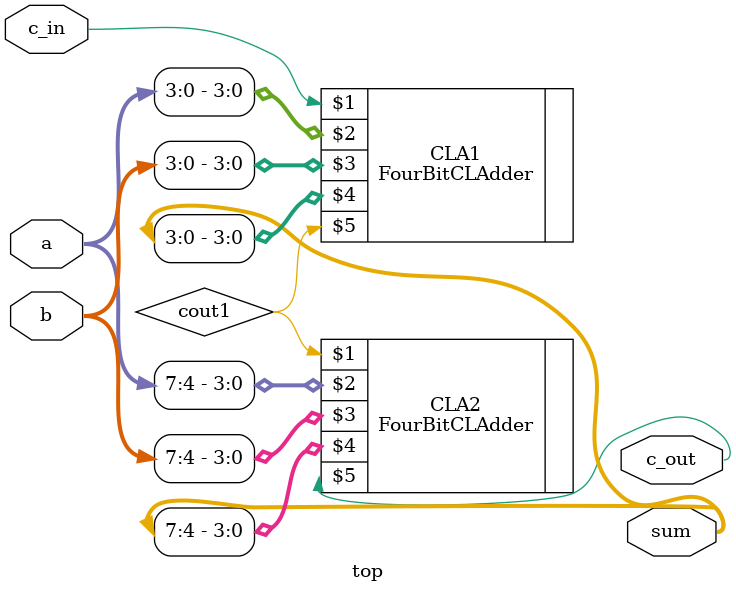
<source format=v>
`timescale 1ns / 1ps


module top(
    input c_in,
    input [7:0] a,
    input [7:0] b,
    output [7:0] sum,
    output c_out
    );
    wire cout1;
    FourBitCLAdder CLA1(c_in, a[3:0], b[3:0], sum[3:0], cout1);
    FourBitCLAdder CLA2(cout1, a[7:4], b[7:4], sum[7:4], c_out);
endmodule

</source>
